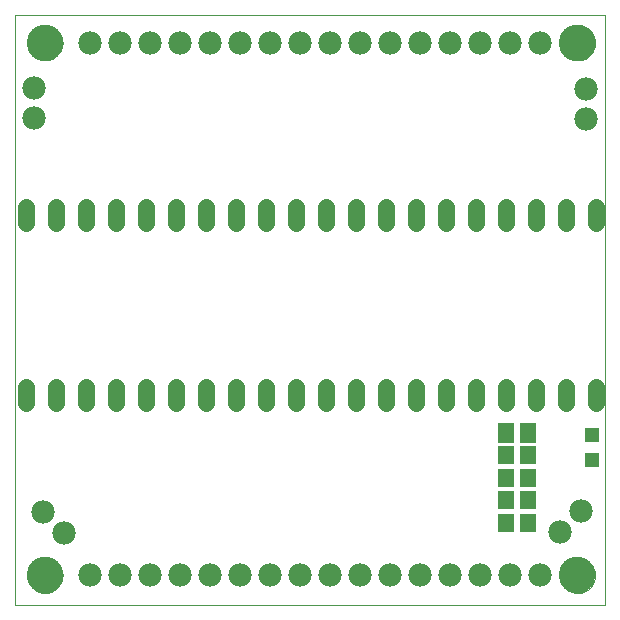
<source format=gts>
G75*
%MOIN*%
%OFA0B0*%
%FSLAX24Y24*%
%IPPOS*%
%LPD*%
%AMOC8*
5,1,8,0,0,1.08239X$1,22.5*
%
%ADD10C,0.0000*%
%ADD11C,0.1221*%
%ADD12C,0.0780*%
%ADD13C,0.0560*%
%ADD14R,0.0552X0.0631*%
%ADD15R,0.0552X0.0670*%
%ADD16R,0.0512X0.0512*%
D10*
X000255Y000100D02*
X000255Y019785D01*
X019940Y019785D01*
X019940Y000100D01*
X000255Y000100D01*
X000664Y001100D02*
X000666Y001148D01*
X000672Y001196D01*
X000682Y001243D01*
X000695Y001289D01*
X000713Y001334D01*
X000733Y001378D01*
X000758Y001420D01*
X000786Y001459D01*
X000816Y001496D01*
X000850Y001530D01*
X000887Y001562D01*
X000925Y001591D01*
X000966Y001616D01*
X001009Y001638D01*
X001054Y001656D01*
X001100Y001670D01*
X001147Y001681D01*
X001195Y001688D01*
X001243Y001691D01*
X001291Y001690D01*
X001339Y001685D01*
X001387Y001676D01*
X001433Y001664D01*
X001478Y001647D01*
X001522Y001627D01*
X001564Y001604D01*
X001604Y001577D01*
X001642Y001547D01*
X001677Y001514D01*
X001709Y001478D01*
X001739Y001440D01*
X001765Y001399D01*
X001787Y001356D01*
X001807Y001312D01*
X001822Y001267D01*
X001834Y001220D01*
X001842Y001172D01*
X001846Y001124D01*
X001846Y001076D01*
X001842Y001028D01*
X001834Y000980D01*
X001822Y000933D01*
X001807Y000888D01*
X001787Y000844D01*
X001765Y000801D01*
X001739Y000760D01*
X001709Y000722D01*
X001677Y000686D01*
X001642Y000653D01*
X001604Y000623D01*
X001564Y000596D01*
X001522Y000573D01*
X001478Y000553D01*
X001433Y000536D01*
X001387Y000524D01*
X001339Y000515D01*
X001291Y000510D01*
X001243Y000509D01*
X001195Y000512D01*
X001147Y000519D01*
X001100Y000530D01*
X001054Y000544D01*
X001009Y000562D01*
X000966Y000584D01*
X000925Y000609D01*
X000887Y000638D01*
X000850Y000670D01*
X000816Y000704D01*
X000786Y000741D01*
X000758Y000780D01*
X000733Y000822D01*
X000713Y000866D01*
X000695Y000911D01*
X000682Y000957D01*
X000672Y001004D01*
X000666Y001052D01*
X000664Y001100D01*
X000664Y018850D02*
X000666Y018898D01*
X000672Y018946D01*
X000682Y018993D01*
X000695Y019039D01*
X000713Y019084D01*
X000733Y019128D01*
X000758Y019170D01*
X000786Y019209D01*
X000816Y019246D01*
X000850Y019280D01*
X000887Y019312D01*
X000925Y019341D01*
X000966Y019366D01*
X001009Y019388D01*
X001054Y019406D01*
X001100Y019420D01*
X001147Y019431D01*
X001195Y019438D01*
X001243Y019441D01*
X001291Y019440D01*
X001339Y019435D01*
X001387Y019426D01*
X001433Y019414D01*
X001478Y019397D01*
X001522Y019377D01*
X001564Y019354D01*
X001604Y019327D01*
X001642Y019297D01*
X001677Y019264D01*
X001709Y019228D01*
X001739Y019190D01*
X001765Y019149D01*
X001787Y019106D01*
X001807Y019062D01*
X001822Y019017D01*
X001834Y018970D01*
X001842Y018922D01*
X001846Y018874D01*
X001846Y018826D01*
X001842Y018778D01*
X001834Y018730D01*
X001822Y018683D01*
X001807Y018638D01*
X001787Y018594D01*
X001765Y018551D01*
X001739Y018510D01*
X001709Y018472D01*
X001677Y018436D01*
X001642Y018403D01*
X001604Y018373D01*
X001564Y018346D01*
X001522Y018323D01*
X001478Y018303D01*
X001433Y018286D01*
X001387Y018274D01*
X001339Y018265D01*
X001291Y018260D01*
X001243Y018259D01*
X001195Y018262D01*
X001147Y018269D01*
X001100Y018280D01*
X001054Y018294D01*
X001009Y018312D01*
X000966Y018334D01*
X000925Y018359D01*
X000887Y018388D01*
X000850Y018420D01*
X000816Y018454D01*
X000786Y018491D01*
X000758Y018530D01*
X000733Y018572D01*
X000713Y018616D01*
X000695Y018661D01*
X000682Y018707D01*
X000672Y018754D01*
X000666Y018802D01*
X000664Y018850D01*
X018414Y018850D02*
X018416Y018898D01*
X018422Y018946D01*
X018432Y018993D01*
X018445Y019039D01*
X018463Y019084D01*
X018483Y019128D01*
X018508Y019170D01*
X018536Y019209D01*
X018566Y019246D01*
X018600Y019280D01*
X018637Y019312D01*
X018675Y019341D01*
X018716Y019366D01*
X018759Y019388D01*
X018804Y019406D01*
X018850Y019420D01*
X018897Y019431D01*
X018945Y019438D01*
X018993Y019441D01*
X019041Y019440D01*
X019089Y019435D01*
X019137Y019426D01*
X019183Y019414D01*
X019228Y019397D01*
X019272Y019377D01*
X019314Y019354D01*
X019354Y019327D01*
X019392Y019297D01*
X019427Y019264D01*
X019459Y019228D01*
X019489Y019190D01*
X019515Y019149D01*
X019537Y019106D01*
X019557Y019062D01*
X019572Y019017D01*
X019584Y018970D01*
X019592Y018922D01*
X019596Y018874D01*
X019596Y018826D01*
X019592Y018778D01*
X019584Y018730D01*
X019572Y018683D01*
X019557Y018638D01*
X019537Y018594D01*
X019515Y018551D01*
X019489Y018510D01*
X019459Y018472D01*
X019427Y018436D01*
X019392Y018403D01*
X019354Y018373D01*
X019314Y018346D01*
X019272Y018323D01*
X019228Y018303D01*
X019183Y018286D01*
X019137Y018274D01*
X019089Y018265D01*
X019041Y018260D01*
X018993Y018259D01*
X018945Y018262D01*
X018897Y018269D01*
X018850Y018280D01*
X018804Y018294D01*
X018759Y018312D01*
X018716Y018334D01*
X018675Y018359D01*
X018637Y018388D01*
X018600Y018420D01*
X018566Y018454D01*
X018536Y018491D01*
X018508Y018530D01*
X018483Y018572D01*
X018463Y018616D01*
X018445Y018661D01*
X018432Y018707D01*
X018422Y018754D01*
X018416Y018802D01*
X018414Y018850D01*
X018414Y001100D02*
X018416Y001148D01*
X018422Y001196D01*
X018432Y001243D01*
X018445Y001289D01*
X018463Y001334D01*
X018483Y001378D01*
X018508Y001420D01*
X018536Y001459D01*
X018566Y001496D01*
X018600Y001530D01*
X018637Y001562D01*
X018675Y001591D01*
X018716Y001616D01*
X018759Y001638D01*
X018804Y001656D01*
X018850Y001670D01*
X018897Y001681D01*
X018945Y001688D01*
X018993Y001691D01*
X019041Y001690D01*
X019089Y001685D01*
X019137Y001676D01*
X019183Y001664D01*
X019228Y001647D01*
X019272Y001627D01*
X019314Y001604D01*
X019354Y001577D01*
X019392Y001547D01*
X019427Y001514D01*
X019459Y001478D01*
X019489Y001440D01*
X019515Y001399D01*
X019537Y001356D01*
X019557Y001312D01*
X019572Y001267D01*
X019584Y001220D01*
X019592Y001172D01*
X019596Y001124D01*
X019596Y001076D01*
X019592Y001028D01*
X019584Y000980D01*
X019572Y000933D01*
X019557Y000888D01*
X019537Y000844D01*
X019515Y000801D01*
X019489Y000760D01*
X019459Y000722D01*
X019427Y000686D01*
X019392Y000653D01*
X019354Y000623D01*
X019314Y000596D01*
X019272Y000573D01*
X019228Y000553D01*
X019183Y000536D01*
X019137Y000524D01*
X019089Y000515D01*
X019041Y000510D01*
X018993Y000509D01*
X018945Y000512D01*
X018897Y000519D01*
X018850Y000530D01*
X018804Y000544D01*
X018759Y000562D01*
X018716Y000584D01*
X018675Y000609D01*
X018637Y000638D01*
X018600Y000670D01*
X018566Y000704D01*
X018536Y000741D01*
X018508Y000780D01*
X018483Y000822D01*
X018463Y000866D01*
X018445Y000911D01*
X018432Y000957D01*
X018422Y001004D01*
X018416Y001052D01*
X018414Y001100D01*
D11*
X019005Y001100D03*
X001255Y001100D03*
X001255Y018850D03*
X019005Y018850D03*
D12*
X017755Y018850D03*
X016755Y018850D03*
X015755Y018850D03*
X014755Y018850D03*
X013755Y018850D03*
X012755Y018850D03*
X011755Y018850D03*
X010755Y018850D03*
X009755Y018850D03*
X008755Y018850D03*
X007755Y018850D03*
X006755Y018850D03*
X005755Y018850D03*
X004755Y018850D03*
X003755Y018850D03*
X002755Y018850D03*
X000901Y017350D03*
X000901Y016350D03*
X001194Y003204D03*
X001901Y002496D03*
X002755Y001100D03*
X003755Y001100D03*
X004755Y001100D03*
X005755Y001100D03*
X006755Y001100D03*
X007755Y001100D03*
X008755Y001100D03*
X009755Y001100D03*
X010755Y001100D03*
X011755Y001100D03*
X012755Y001100D03*
X013755Y001100D03*
X014755Y001100D03*
X015755Y001100D03*
X016755Y001100D03*
X017755Y001100D03*
X018432Y002527D03*
X019139Y003234D03*
X019285Y016320D03*
X019285Y017320D03*
D13*
X019630Y013360D02*
X019630Y012840D01*
X018630Y012840D02*
X018630Y013360D01*
X017630Y013360D02*
X017630Y012840D01*
X016630Y012840D02*
X016630Y013360D01*
X015630Y013360D02*
X015630Y012840D01*
X014630Y012840D02*
X014630Y013360D01*
X013630Y013360D02*
X013630Y012840D01*
X012630Y012840D02*
X012630Y013360D01*
X011630Y013360D02*
X011630Y012840D01*
X010630Y012840D02*
X010630Y013360D01*
X009630Y013360D02*
X009630Y012840D01*
X008630Y012840D02*
X008630Y013360D01*
X007630Y013360D02*
X007630Y012840D01*
X006630Y012840D02*
X006630Y013360D01*
X005630Y013360D02*
X005630Y012840D01*
X004630Y012840D02*
X004630Y013360D01*
X003630Y013360D02*
X003630Y012840D01*
X002630Y012840D02*
X002630Y013360D01*
X001630Y013360D02*
X001630Y012840D01*
X000630Y012840D02*
X000630Y013360D01*
X000630Y007360D02*
X000630Y006840D01*
X001630Y006840D02*
X001630Y007360D01*
X002630Y007360D02*
X002630Y006840D01*
X003630Y006840D02*
X003630Y007360D01*
X004630Y007360D02*
X004630Y006840D01*
X005630Y006840D02*
X005630Y007360D01*
X006630Y007360D02*
X006630Y006840D01*
X007630Y006840D02*
X007630Y007360D01*
X008630Y007360D02*
X008630Y006840D01*
X009630Y006840D02*
X009630Y007360D01*
X010630Y007360D02*
X010630Y006840D01*
X011630Y006840D02*
X011630Y007360D01*
X012630Y007360D02*
X012630Y006840D01*
X013630Y006840D02*
X013630Y007360D01*
X014630Y007360D02*
X014630Y006840D01*
X015630Y006840D02*
X015630Y007360D01*
X016630Y007360D02*
X016630Y006840D01*
X017630Y006840D02*
X017630Y007360D01*
X018630Y007360D02*
X018630Y006840D01*
X019630Y006840D02*
X019630Y007360D01*
D14*
X017379Y005100D03*
X016631Y005100D03*
X016631Y004350D03*
X016631Y003600D03*
X017379Y003600D03*
X017379Y004350D03*
X017379Y002850D03*
X016631Y002850D03*
D15*
X016631Y005850D03*
X017379Y005850D03*
D16*
X019505Y005763D03*
X019505Y004937D03*
M02*

</source>
